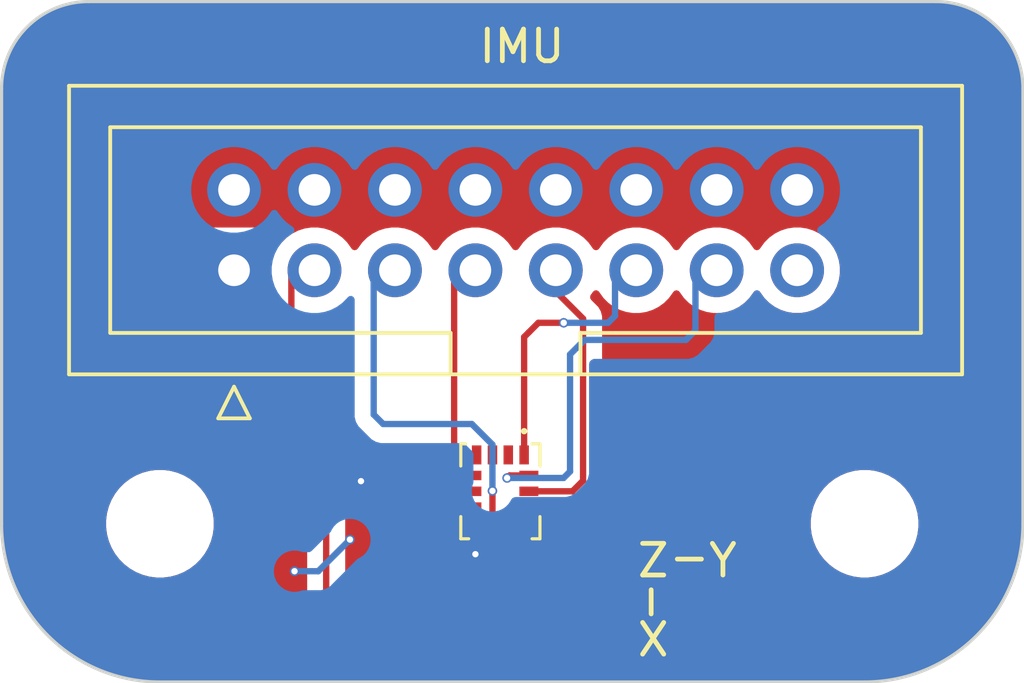
<source format=kicad_pcb>
(kicad_pcb (version 20241229) (generator "pcbnew") (generator_version "9.0")
  (layers (0 "F.Cu" signal) (2 "B.Cu" signal) (13 "F.Paste" user) (15 "B.Paste" user) (5 "F.SilkS" user "F.Silkscreen") (7 "B.SilkS" user "B.Silkscreen") (1 "F.Mask" user) (3 "B.Mask" user) (25 "Edge.Cuts" user))
  (net 0 "")
  (net 1 "GND")
  (net 2 "+3.3V")
  (net 3 "SDO")
  (net 6 "INT1")
  (net 8 "INT2")
  (net 10 "CS")
  (net 11 "SCLK")
  (net 12 "SDI")
  (footprint "MountingHole:MountingHole_3.2mm_M3" (layer "F.Cu") (at 102.75 66.25)
    (property "Reference" "H2" (hide yes))
    (property "Value" "MountingHole" (hide yes))
    (pad "" np_thru_hole circle (at 0 0) (size 3.2 3.2) (drill 3.2) (layers "*.Cu" "*.Mask"))
  )
  (footprint "SamacSys_Parts:CAPC2012X94N" (layer "F.Cu") (at 114.4 68.4 180)
    (property "Reference" "C1" (hide yes))
    (property "Value" "0.01uF X7R" (hide yes))
    (pad "1" smd rect (at -0.81 0 180) (size 1.02 1.47) (layers "F.Cu" "F.Mask" "F.Paste") (net 1 "GND"))
    (pad "2" smd rect (at 0.81 0 180) (size 1.02 1.47) (layers "F.Cu" "F.Mask" "F.Paste") (net 2 "+3.3V"))
  )
  (footprint "MountingHole:MountingHole_3.2mm_M3" (layer "F.Cu") (at 125 66.25)
    (property "Reference" "H1" (hide yes))
    (property "Value" "MountingHole" (hide yes))
    (pad "" np_thru_hole circle (at 0 0) (size 3.2 3.2) (drill 3.2) (layers "*.Cu" "*.Mask"))
  )
  (footprint "Connector_IDC:IDC-Header_2x08_P2.54mm_Vertical" (layer "F.Cu") (at 105.09 58.24 90)
    (property "Reference" "J2" (hide yes))
    (property "Value" "IMU")
    (fp_line (start 5.83 -5.21) (end 5.83 22.99) (stroke (width 0.12)) (layer "F.SilkS"))
    (fp_line (start -3.29 -5.21) (end 5.83 -5.21) (stroke (width 0.12)) (layer "F.SilkS"))
    (fp_line (start 4.52 -3.91) (end 4.52 21.69) (stroke (width 0.12)) (layer "F.SilkS"))
    (fp_line (start -1.98 -3.91) (end 4.52 -3.91) (stroke (width 0.12)) (layer "F.SilkS"))
    (fp_line (start -4.68 -0.5) (end -4.68 0.5) (stroke (width 0.12)) (layer "F.SilkS"))
    (fp_line (start -3.68 0) (end -4.68 -0.5) (stroke (width 0.12)) (layer "F.SilkS"))
    (fp_line (start -4.68 0.5) (end -3.68 0) (stroke (width 0.12)) (layer "F.SilkS"))
    (fp_line (start -1.98 6.84) (end -1.98 -3.91) (stroke (width 0.12)) (layer "F.SilkS"))
    (fp_line (start -3.29 6.84) (end -1.98 6.84) (stroke (width 0.12)) (layer "F.SilkS"))
    (fp_line (start -1.98 10.94) (end -1.98 10.94) (stroke (width 0.12)) (layer "F.SilkS"))
    (fp_line (start -1.98 10.94) (end -3.29 10.94) (stroke (width 0.12)) (layer "F.SilkS"))
    (fp_line (start 4.52 21.69) (end -1.98 21.69) (stroke (width 0.12)) (layer "F.SilkS"))
    (fp_line (start -1.98 21.69) (end -1.98 10.94) (stroke (width 0.12)) (layer "F.SilkS"))
    (fp_line (start 5.83 22.99) (end -3.29 22.99) (stroke (width 0.12)) (layer "F.SilkS"))
    (fp_line (start -3.29 22.99) (end -3.29 -5.21) (stroke (width 0.12)) (layer "F.SilkS"))
    (pad "1" thru_hole roundrect (at 0 0 90) (size 1.7 1.7) (drill 1) (layers "*.Cu" "*.Mask") (roundrect_rratio 0.147059) (net 2 "+3.3V"))
    (pad "2" thru_hole circle (at 2.54 0 90) (size 1.7 1.7) (drill 1) (layers "*.Cu" "*.Mask") (net 1 "GND"))
    (pad "3" thru_hole circle (at 0 2.54 90) (size 1.7 1.7) (drill 1) (layers "*.Cu" "*.Mask") (net 10 "CS"))
    (pad "4" thru_hole circle (at 2.54 2.54 90) (size 1.7 1.7) (drill 1) (layers "*.Cu" "*.Mask") (net 1 "GND"))
    (pad "5" thru_hole circle (at 0 5.08 90) (size 1.7 1.7) (drill 1) (layers "*.Cu" "*.Mask") (net 8 "INT2"))
    (pad "6" thru_hole circle (at 2.54 5.08 90) (size 1.7 1.7) (drill 1) (layers "*.Cu" "*.Mask") (net 1 "GND"))
    (pad "7" thru_hole circle (at 0 7.62 90) (size 1.7 1.7) (drill 1) (layers "*.Cu" "*.Mask") (net 6 "INT1"))
    (pad "8" thru_hole circle (at 2.54 7.62 90) (size 1.7 1.7) (drill 1) (layers "*.Cu" "*.Mask") (net 1 "GND"))
    (pad "9" thru_hole circle (at 0 10.16 90) (size 1.7 1.7) (drill 1) (layers "*.Cu" "*.Mask") (net 11 "SCLK"))
    (pad "10" thru_hole circle (at 2.54 10.16 90) (size 1.7 1.7) (drill 1) (layers "*.Cu" "*.Mask") (net 1 "GND"))
    (pad "11" thru_hole circle (at 0 12.7 90) (size 1.7 1.7) (drill 1) (layers "*.Cu" "*.Mask") (net 3 "SDO"))
    (pad "12" thru_hole circle (at 2.54 12.7 90) (size 1.7 1.7) (drill 1) (layers "*.Cu" "*.Mask") (net 1 "GND"))
    (pad "13" thru_hole circle (at 0 15.24 90) (size 1.7 1.7) (drill 1) (layers "*.Cu" "*.Mask") (net 12 "SDI"))
    (pad "14" thru_hole circle (at 2.54 15.24 90) (size 1.7 1.7) (drill 1) (layers "*.Cu" "*.Mask") (net 1 "GND"))
    (pad "15" thru_hole circle (at 0 17.78 90) (size 1.7 1.7) (drill 1) (layers "*.Cu" "*.Mask"))
    (pad "16" thru_hole circle (at 2.54 17.78 90) (size 1.7 1.7) (drill 1) (layers "*.Cu" "*.Mask") (net 1 "GND"))
  )
  (footprint "SamacSys_Parts:IIM42352" (layer "F.Cu") (at 113.5 65.225 -90)
    (property "Reference" "IC1" (hide yes))
    (property "Value" "ICM-42688-P" (hide yes))
    (fp_line (start -1.5 1.25) (end -0.8 1.25) (stroke (width 0.1)) (layer "F.SilkS"))
    (fp_line (start 0.8 1.25) (end 1.5 1.25) (stroke (width 0.1)) (layer "F.SilkS"))
    (fp_line (start 1.5 1.25) (end 1.5 1) (stroke (width 0.1)) (layer "F.SilkS"))
    (fp_line (start -1.5 1.1) (end -1.5 1.25) (stroke (width 0.1)) (layer "F.SilkS"))
    (fp_line (start -1.9 -0.7) (end -1.9 -0.7) (stroke (width 0.1)) (layer "F.SilkS"))
    (fp_line (start -1.9 -0.8) (end -1.9 -0.8) (stroke (width 0.1)) (layer "F.SilkS"))
    (fp_line (start -1.5 -1) (end -1.5 -1.25) (stroke (width 0.1)) (layer "F.SilkS"))
    (fp_line (start -1.5 -1.25) (end -0.8 -1.25) (stroke (width 0.1)) (layer "F.SilkS"))
    (fp_line (start 0.8 -1.25) (end 1.5 -1.25) (stroke (width 0.1)) (layer "F.SilkS"))
    (fp_line (start 1.5 -1.25) (end 1.5 -1) (stroke (width 0.1)) (layer "F.SilkS"))
    (fp_arc (start -1.9 -0.7) (mid -1.95 -0.75) (end -1.9 -0.8) (stroke (width 0.1)) (layer "F.SilkS"))
    (fp_arc (start -1.9 -0.8) (mid -1.85 -0.75) (end -1.9 -0.7) (stroke (width 0.1)) (layer "F.SilkS"))
    (pad "1" smd rect (at -1.15 -0.75) (size 0.3 0.6) (layers "F.Cu" "F.Mask" "F.Paste") (net 3 "SDO"))
    (pad "2" smd rect (at -1.15 -0.25) (size 0.3 0.6) (layers "F.Cu" "F.Mask" "F.Paste"))
    (pad "3" smd rect (at -1.15 0.25) (size 0.3 0.6) (layers "F.Cu" "F.Mask" "F.Paste"))
    (pad "4" smd rect (at -1.15 0.75) (size 0.3 0.6) (layers "F.Cu" "F.Mask" "F.Paste") (net 6 "INT1"))
    (pad "5" smd rect (at -0.5 0.9 270) (size 0.3 0.6) (layers "F.Cu" "F.Mask" "F.Paste") (net 2 "+3.3V"))
    (pad "6" smd rect (at 0 0.9 270) (size 0.3 0.6) (layers "F.Cu" "F.Mask" "F.Paste") (net 1 "GND"))
    (pad "7" smd rect (at 0.5 0.9 270) (size 0.3 0.6) (layers "F.Cu" "F.Mask" "F.Paste"))
    (pad "8" smd rect (at 1.15 0.75) (size 0.3 0.6) (layers "F.Cu" "F.Mask" "F.Paste") (net 2 "+3.3V"))
    (pad "9" smd rect (at 1.15 0.25) (size 0.3 0.6) (layers "F.Cu" "F.Mask" "F.Paste") (net 8 "INT2"))
    (pad "10" smd rect (at 1.15 -0.25) (size 0.3 0.6) (layers "F.Cu" "F.Mask" "F.Paste"))
    (pad "11" smd rect (at 1.15 -0.75) (size 0.3 0.6) (layers "F.Cu" "F.Mask" "F.Paste"))
    (pad "12" smd rect (at 0.5 -0.9 270) (size 0.3 0.6) (layers "F.Cu" "F.Mask" "F.Paste") (net 10 "CS"))
    (pad "13" smd rect (at 0 -0.9 270) (size 0.3 0.6) (layers "F.Cu" "F.Mask" "F.Paste") (net 11 "SCLK"))
    (pad "14" smd rect (at -0.5 -0.9 270) (size 0.3 0.6) (layers "F.Cu" "F.Mask" "F.Paste") (net 12 "SDI"))
  )
  (footprint "SamacSys_Parts:CAPC2012X152N" (layer "F.Cu") (at 111.2 68.4)
    (property "Reference" "C2" (hide yes))
    (property "Value" "2.2uF X7R" (hide yes))
    (pad "1" smd rect (at -0.81 0) (size 1.02 1.47) (layers "F.Cu" "F.Mask" "F.Paste") (net 1 "GND"))
    (pad "2" smd rect (at 0.81 0) (size 1.02 1.47) (layers "F.Cu" "F.Mask" "F.Paste") (net 2 "+3.3V"))
  )
  (footprint "SamacSys_Parts:CAPC2012X94N" (layer "F.Cu") (at 110.4 65.725 -90)
    (property "Reference" "C3" (hide yes))
    (property "Value" "0.1uF X7R" (hide yes))
    (pad "1" smd rect (at -0.81 0 270) (size 1.02 1.47) (layers "F.Cu" "F.Mask" "F.Paste") (net 2 "+3.3V"))
    (pad "2" smd rect (at 0.81 0 270) (size 1.02 1.47) (layers "F.Cu" "F.Mask" "F.Paste") (net 1 "GND"))
  )
  (gr_arc (start 127.25 49.75) (mid 129.194544 50.555456) (end 130 52.5) (stroke (width 0.1)) (layer "Edge.Cuts"))
  (gr_line (start 125 71.25) (end 102.75 71.25) (stroke (width 0.1)) (layer "Edge.Cuts"))
  (gr_line (start 130 52.5) (end 130 66.25) (stroke (width 0.1)) (layer "Edge.Cuts"))
  (gr_arc (start 97.75 52.5) (mid 98.555456 50.555456) (end 100.5 49.75) (stroke (width 0.1)) (layer "Edge.Cuts"))
  (gr_arc (start 130 66.25) (mid 128.535534 69.785534) (end 125 71.25) (stroke (width 0.1)) (layer "Edge.Cuts"))
  (gr_line (start 100.5 49.75) (end 127.25 49.75) (stroke (width 0.1)) (layer "Edge.Cuts"))
  (gr_line (start 97.75 66.25) (end 97.75 52.5) (stroke (width 0.1)) (layer "Edge.Cuts"))
  (gr_arc (start 102.75 71.25) (mid 99.214466 69.785534) (end 97.75 66.25) (stroke (width 0.1)) (layer "Edge.Cuts"))
  (gr_text "IMU" (at 112.75 51.75 0) (layer "F.SilkS") (effects (font (size 1 1)) (justify left bottom)))
  (gr_text "-" (at 117.75 68 270) (layer "F.SilkS") (effects (font (size 1 1)) (justify left bottom)))
  (gr_text "-" (at 118.75 67.878115 0) (layer "F.SilkS") (effects (font (size 1 1)) (justify left bottom)))
  (gr_text "Y" (at 120 68 0) (layer "F.SilkS") (effects (font (size 1 1)) (justify left bottom)))
  (gr_text "X" (at 117.75 70.5 0) (layer "F.SilkS") (effects (font (size 1 1)) (justify left bottom)))
  (gr_text "Z" (at 117.75 68 0) (layer "F.SilkS") (effects (font (size 1 1)) (justify left bottom)))
  (segment (start 110.575 69.5) (end 114.385 69.5) (width 0.25) (layer "F.Cu") (net 1))
  (segment (start 110.39 66.625) (end 110.39 69.315) (width 0.25) (layer "F.Cu") (net 1))
  (segment (start 111.689841 66.243104) (end 111.397945 66.535) (width 0.2) (layer "F.Cu") (net 1))
  (segment (start 111.689841 65.391707) (end 111.689841 66.243104) (width 0.2) (layer "F.Cu") (net 1))
  (segment (start 115.21 68.725) (end 115.21 68.495953) (width 0.2) (layer "F.Cu") (net 1))
  (segment (start 109 66.535) (end 108.965 66.535) (width 0.2) (layer "F.Cu") (net 1))
  (segment (start 111.856548 65.225) (end 111.689841 65.391707) (width 0.2) (layer "F.Cu") (net 1))
  (segment (start 112.6 65.225) (end 111.856548 65.225) (width 0.2) (layer "F.Cu") (net 1))
  (segment (start 110.3 66.535) (end 110.39 66.625) (width 0.25) (layer "F.Cu") (net 1))
  (segment (start 109 66.535) (end 110.4 66.535) (width 0.2) (layer "F.Cu") (net 1))
  (segment (start 108.965 66.535) (end 108.75 66.75) (width 0.2) (layer "F.Cu") (net 1))
  (segment (start 115.21 68.675) (end 115.21 68.4) (width 0.25) (layer "F.Cu") (net 1))
  (segment (start 110.39 69.315) (end 110.575 69.5) (width 0.25) (layer "F.Cu") (net 1))
  (segment (start 111.397945 66.535) (end 110.4 66.535) (width 0.2) (layer "F.Cu") (net 1))
  (segment (start 114.385 69.5) (end 115.21 68.675) (width 0.25) (layer "F.Cu") (net 1))
  (via (at 108.75 66.75) (size 0.3) (drill 0.2) (layers "F.Cu" "B.Cu") (net 1))
  (via (at 107 67.75) (size 0.3) (drill 0.2) (layers "F.Cu" "B.Cu") (net 1))
  (segment (start 107.75 67.75) (end 107 67.75) (width 0.2) (layer "B.Cu") (net 1))
  (segment (start 108.75 66.75) (end 107.75 67.75) (width 0.2) (layer "B.Cu") (net 1))
  (segment (start 112.75 67.173949) (end 112.75 66.375) (width 0.25) (layer "F.Cu") (net 2))
  (segment (start 112.711974 67.211974) (end 112.75 67.173949) (width 0.25) (layer "F.Cu") (net 2))
  (segment (start 110.4 64.915) (end 111.600862 64.915) (width 0.2) (layer "F.Cu") (net 2))
  (segment (start 109.10937 64.915) (end 110.4 64.915) (width 0.2) (layer "F.Cu") (net 2))
  (segment (start 111.790862 64.725) (end 112.6 64.725) (width 0.2) (layer "F.Cu") (net 2))
  (segment (start 111.600862 64.915) (end 111.790862 64.725) (width 0.2) (layer "F.Cu") (net 2))
  (segment (start 112.01 67.913949) (end 112.711974 67.211974) (width 0.25) (layer "F.Cu") (net 2))
  (segment (start 112.01 68.4) (end 112.01 67.913949) (width 0.25) (layer "F.Cu") (net 2))
  (segment (start 113.59 68.4) (end 112.01 68.4) (width 0.25) (layer "F.Cu") (net 2))
  (segment (start 109.098492 64.904122) (end 109.10937 64.915) (width 0.2) (layer "F.Cu") (net 2))
  (via (at 109.098492 64.904122) (size 0.3) (drill 0.2) (layers "F.Cu" "B.Cu") (net 2))
  (via (at 112.711974 67.211974) (size 0.3) (drill 0.2) (layers "F.Cu" "B.Cu") (net 2))
  (segment (start 114.7 59.9) (end 115.5 59.9) (width 0.2) (layer "F.Cu") (net 3))
  (segment (start 114.4 60.2) (end 114.7 59.9) (width 0.2) (layer "F.Cu") (net 3))
  (segment (start 114.25 60.35) (end 114.4 60.2) (width 0.2) (layer "F.Cu") (net 3))
  (segment (start 114.25 64.075) (end 114.25 60.35) (width 0.2) (layer "F.Cu") (net 3))
  (via (at 115.5 59.9) (size 0.3) (drill 0.2) (layers "F.Cu" "B.Cu") (net 3))
  (segment (start 115.5 59.9) (end 116.9 59.9) (width 0.2) (layer "B.Cu") (net 3))
  (segment (start 116.9 59.9) (end 117.12 59.68) (width 0.2) (layer "B.Cu") (net 3))
  (segment (start 117.12 59.68) (end 117.12 58.24) (width 0.2) (layer "B.Cu") (net 3))
  (segment (start 112.04 63.94) (end 112.04 58.24) (width 0.2) (layer "F.Cu") (net 6))
  (segment (start 112.75 64.075) (end 112.175 64.075) (width 0.2) (layer "F.Cu") (net 6))
  (segment (start 112.175 64.075) (end 112.04 63.94) (width 0.2) (layer "F.Cu") (net 6))
  (segment (start 113.25 65.212473) (end 113.249502 65.211975) (width 0.2) (layer "F.Cu") (net 8))
  (segment (start 113.25 66.375) (end 113.25 65.212473) (width 0.2) (layer "F.Cu") (net 8))
  (via (at 113.249502 65.211975) (size 0.3) (drill 0.2) (layers "F.Cu" "B.Cu") (net 8))
  (segment (start 113.249502 63.749502) (end 112.6 63.1) (width 0.2) (layer "B.Cu") (net 8))
  (segment (start 109.8 63.1) (end 109.5 62.8) (width 0.2) (layer "B.Cu") (net 8))
  (segment (start 113.249502 65.211975) (end 113.249502 63.749502) (width 0.2) (layer "B.Cu") (net 8))
  (segment (start 112.6 63.1) (end 109.8 63.1) (width 0.2) (layer "B.Cu") (net 8))
  (segment (start 109.5 62.8) (end 109.5 58.24) (width 0.2) (layer "B.Cu") (net 8))
  (segment (start 106.897039 62.647039) (end 106.897039 61.202961) (width 0.2) (layer "F.Cu") (net 10))
  (segment (start 106.9 61.2) (end 106.9 58.3) (width 0.2) (layer "F.Cu") (net 10))
  (segment (start 108.925 69.925) (end 108 69) (width 0.2) (layer "F.Cu") (net 10))
  (segment (start 116.3 66) (end 116.3 69.48) (width 0.2) (layer "F.Cu") (net 10))
  (segment (start 116.3 69.48) (end 115.855 69.925) (width 0.2) (layer "F.Cu") (net 10))
  (segment (start 116.025 65.725) (end 116.3 66) (width 0.2) (layer "F.Cu") (net 10))
  (segment (start 115.855 69.925) (end 108.925 69.925) (width 0.2) (layer "F.Cu") (net 10))
  (segment (start 106.9 58.3) (end 106.96 58.24) (width 0.2) (layer "F.Cu") (net 10))
  (segment (start 108 63.75) (end 106.897039 62.647039) (width 0.2) (layer "F.Cu") (net 10))
  (segment (start 108 69) (end 108 63.75) (width 0.2) (layer "F.Cu") (net 10))
  (segment (start 106.897039 61.202961) (end 106.9 61.2) (width 0.2) (layer "F.Cu") (net 10))
  (segment (start 114.4 65.725) (end 116.025 65.725) (width 0.2) (layer "F.Cu") (net 10))
  (segment (start 116.111166 64.888834) (end 116.111166 59.771166) (width 0.2) (layer "F.Cu") (net 11))
  (segment (start 114.4 65.225) (end 115.775 65.225) (width 0.2) (layer "F.Cu") (net 11))
  (segment (start 115.775 65.225) (end 116.111166 64.888834) (width 0.2) (layer "F.Cu") (net 11))
  (segment (start 116.111166 59.771166) (end 114.58 58.24) (width 0.2) (layer "F.Cu") (net 11))
  (segment (start 113.79142 64.725) (end 113.712126 64.804294) (width 0.2) (layer "F.Cu") (net 12))
  (segment (start 114.4 64.725) (end 113.79142 64.725) (width 0.2) (layer "F.Cu") (net 12))
  (via (at 113.712126 64.804294) (size 0.3) (drill 0.2) (layers "F.Cu" "B.Cu") (net 12))
  (segment (start 116.16 60.44) (end 119.36 60.44) (width 0.2) (layer "B.Cu") (net 12))
  (segment (start 115.7 60.9) (end 116.16 60.44) (width 0.2) (layer "B.Cu") (net 12))
  (segment (start 115.495706 64.804294) (end 115.7 64.6) (width 0.2) (layer "B.Cu") (net 12))
  (segment (start 113.712126 64.804294) (end 115.495706 64.804294) (width 0.2) (layer "B.Cu") (net 12))
  (segment (start 119.66 60.14) (end 119.66 58.24) (width 0.2) (layer "B.Cu") (net 12))
  (segment (start 119.36 60.44) (end 119.66 60.14) (width 0.2) (layer "B.Cu") (net 12))
  (segment (start 115.7 64.6) (end 115.7 60.9) (width 0.2) (layer "B.Cu") (net 12))
  (zone (net 1) (net_name "GND") (layer "F.Cu") (connect_pads yes (clearance 0.5)) (min_thickness 0.25) (fill yes (thermal_gap 0.5) (thermal_bridge_width 0.5))
    (polygon (pts (xy 97.75 49.75) (xy 130 49.75) (xy 130 71.25) (xy 97.75 71.25)))
  )
  (zone (net 2) (net_name "+3.3V") (layer "B.Cu") (priority 1) (connect_pads yes (clearance 0.5)) (min_thickness 0.25) (fill yes (thermal_gap 0.5) (thermal_bridge_width 0.5))
    (polygon (pts (xy 97.75 49.75) (xy 130 49.75) (xy 130 71.25) (xy 97.75 71.25)))
  )
)
</source>
